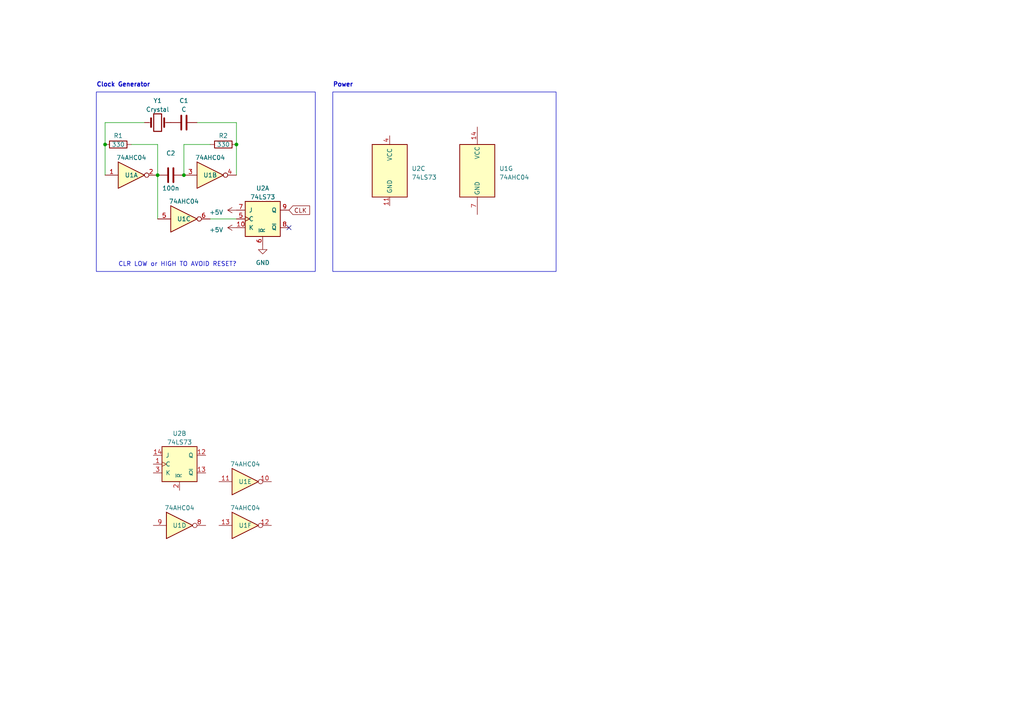
<source format=kicad_sch>
(kicad_sch (version 20230121) (generator eeschema)
  (paper "A4")
  (lib_symbols
    (symbol "74xx:74AHC04"
      (property "Reference" "U" (at 0 1.27 0))
      (property "Value" "74AHC04" (at 0 -1.27 0))
      (symbol "74AHC04_1_0"
        (polyline (pts (xy -3.81 3.81) (xy -3.81 -3.81) (xy 3.81 0) (xy -3.81 3.81)) (stroke (width 0.254)) (fill (type background)))
        (pin input line (at -7.62 0 0) (length 3.81) (name "~") (number "1"))
        (pin output inverted (at 7.62 0 180) (length 3.81) (name "~") (number "2"))
      )
      (symbol "74AHC04_2_0"
        (polyline (pts (xy -3.81 3.81) (xy -3.81 -3.81) (xy 3.81 0) (xy -3.81 3.81)) (stroke (width 0.254)) (fill (type background)))
        (pin input line (at -7.62 0 0) (length 3.81) (name "~") (number "3"))
        (pin output inverted (at 7.62 0 180) (length 3.81) (name "~") (number "4"))
      )
      (symbol "74AHC04_3_0"
        (polyline (pts (xy -3.81 3.81) (xy -3.81 -3.81) (xy 3.81 0) (xy -3.81 3.81)) (stroke (width 0.254)) (fill (type background)))
        (pin input line (at -7.62 0 0) (length 3.81) (name "~") (number "5"))
        (pin output inverted (at 7.62 0 180) (length 3.81) (name "~") (number "6"))
      )
      (symbol "74AHC04_4_0"
        (polyline (pts (xy -3.81 3.81) (xy -3.81 -3.81) (xy 3.81 0) (xy -3.81 3.81)) (stroke (width 0.254)) (fill (type background)))
        (pin output inverted (at 7.62 0 180) (length 3.81) (name "~") (number "8"))
        (pin input line (at -7.62 0 0) (length 3.81) (name "~") (number "9"))
      )
      (symbol "74AHC04_5_0"
        (polyline (pts (xy -3.81 3.81) (xy -3.81 -3.81) (xy 3.81 0) (xy -3.81 3.81)) (stroke (width 0.254)) (fill (type background)))
        (pin output inverted (at 7.62 0 180) (length 3.81) (name "~") (number "10"))
        (pin input line (at -7.62 0 0) (length 3.81) (name "~") (number "11"))
      )
      (symbol "74AHC04_6_0"
        (polyline (pts (xy -3.81 3.81) (xy -3.81 -3.81) (xy 3.81 0) (xy -3.81 3.81)) (stroke (width 0.254)) (fill (type background)))
        (pin output inverted (at 7.62 0 180) (length 3.81) (name "~") (number "12"))
        (pin input line (at -7.62 0 0) (length 3.81) (name "~") (number "13"))
      )
      (symbol "74AHC04_7_0"
        (pin power_in line (at 0 12.7 270) (length 5.08) (name "VCC") (number "14"))
        (pin power_in line (at 0 -12.7 90) (length 5.08) (name "GND") (number "7"))
      )
      (symbol "74AHC04_7_1"
        (rectangle (start -5.08 7.62) (end 5.08 -7.62) (stroke (width 0.254)) (fill (type background)))
      )
    )
    (symbol "74xx:74LS73" (pin_names (offset 1.016))
      (property "Reference" "U" (at -7.62 8.89 0))
      (property "Value" "74LS73" (at -7.62 -8.89 0))
      (symbol "74LS73_1_0"
        (pin input line (at -7.62 -2.54 0) (length 2.54) (name "K") (number "10"))
        (pin input clock (at -7.62 0 0) (length 2.54) (name "C") (number "5"))
        (pin input line (at 0 -7.62 90) (length 2.54) (name "~{R}") (number "6"))
        (pin input line (at -7.62 2.54 0) (length 2.54) (name "J") (number "7"))
        (pin output line (at 7.62 -2.54 180) (length 2.54) (name "~{Q}") (number "8"))
        (pin output line (at 7.62 2.54 180) (length 2.54) (name "Q") (number "9"))
      )
      (symbol "74LS73_1_1"
        (rectangle (start -5.08 5.08) (end 5.08 -5.08) (stroke (width 0.254)) (fill (type background)))
      )
      (symbol "74LS73_2_0"
        (pin input clock (at -7.62 0 0) (length 2.54) (name "C") (number "1"))
        (pin output line (at 7.62 2.54 180) (length 2.54) (name "Q") (number "12"))
        (pin output line (at 7.62 -2.54 180) (length 2.54) (name "~{Q}") (number "13"))
        (pin input line (at -7.62 2.54 0) (length 2.54) (name "J") (number "14"))
        (pin input line (at 0 -7.62 90) (length 2.54) (name "~{R}") (number "2"))
        (pin input line (at -7.62 -2.54 0) (length 2.54) (name "K") (number "3"))
      )
      (symbol "74LS73_2_1"
        (rectangle (start -5.08 5.08) (end 5.08 -5.08) (stroke (width 0.254)) (fill (type background)))
      )
      (symbol "74LS73_3_0"
        (pin power_in line (at 0 -10.16 90) (length 2.54) (name "GND") (number "11"))
        (pin power_in line (at 0 10.16 270) (length 2.54) (name "VCC") (number "4"))
      )
      (symbol "74LS73_3_1"
        (rectangle (start -5.08 7.62) (end 5.08 -7.62) (stroke (width 0.254)) (fill (type background)))
      )
    )
    (symbol "Device:C" (pin_numbers hide) (pin_names (offset 0.254))
      (property "Reference" "C" (at 0.635 2.54 0))
      (property "Value" "C" (at 0.635 -2.54 0))
      (symbol "C_0_1"
        (polyline (pts (xy -2.032 -0.762) (xy 2.032 -0.762)) (stroke (width 0.508)))
        (polyline (pts (xy -2.032 0.762) (xy 2.032 0.762)) (stroke (width 0.508)))
      )
      (symbol "C_1_1"
        (pin passive line (at 0 3.81 270) (length 2.794) (name "~") (number "1"))
        (pin passive line (at 0 -3.81 90) (length 2.794) (name "~") (number "2"))
      )
    )
    (symbol "Device:Crystal" (pin_numbers hide) (pin_names (offset 1.016) hide)
      (property "Reference" "Y" (at 0 3.81 0))
      (property "Value" "Crystal" (at 0 -3.81 0))
      (symbol "Crystal_0_1"
        (rectangle (start -1.143 2.54) (end 1.143 -2.54) (stroke (width 0.3048)))
        (polyline (pts (xy -2.54 0) (xy -1.905 0)))
        (polyline (pts (xy -1.905 -1.27) (xy -1.905 1.27)) (stroke (width 0.508)))
        (polyline (pts (xy 1.905 -1.27) (xy 1.905 1.27)) (stroke (width 0.508)))
        (polyline (pts (xy 2.54 0) (xy 1.905 0)))
      )
      (symbol "Crystal_1_1"
        (pin passive line (at -3.81 0 0) (length 1.27) (name "1") (number "1"))
        (pin passive line (at 3.81 0 180) (length 1.27) (name "2") (number "2"))
      )
    )
    (symbol "Device:R" (pin_numbers hide) (pin_names (offset 0))
      (property "Reference" "R" (at 2.032 0 90))
      (property "Value" "R" (at 0 0 90))
      (symbol "R_0_1"
        (rectangle (start -1.016 -2.54) (end 1.016 2.54) (stroke (width 0.254)))
      )
      (symbol "R_1_1"
        (pin passive line (at 0 3.81 270) (length 1.27) (name "~") (number "1"))
        (pin passive line (at 0 -3.81 90) (length 1.27) (name "~") (number "2"))
      )
    )
    (symbol "power:+5V" (power) (pin_names (offset 0))
      (property "Value" "+5V" (at 0 3.556 0))
      (symbol "+5V_0_1"
        (polyline (pts (xy -0.762 1.27) (xy 0 2.54)))
        (polyline (pts (xy 0 0) (xy 0 2.54)))
        (polyline (pts (xy 0 2.54) (xy 0.762 1.27)))
      )
      (symbol "+5V_1_1"
        (pin power_in line (at 0 0 90) (length 0) hide (name "+5V") (number "1"))
      )
    )
    (symbol "power:GND" (power) (pin_names (offset 0))
      (property "Value" "GND" (at 0 -3.81 0))
      (symbol "GND_0_1"
        (polyline (pts (xy 0 0) (xy 0 -1.27) (xy 1.27 -1.27) (xy 0 -2.54) (xy -1.27 -1.27) (xy 0 -1.27)))
      )
      (symbol "GND_1_1"
        (pin power_in line (at 0 0 270) (length 0) hide (name "GND") (number "1"))
      )
    )
  )
  (junction (at 30.48 41.91))
  (junction (at 45.72 50.8))
  (junction (at 53.34 50.8))
  (junction (at 68.58 41.91))
  (no_connect (at 83.82 66.04))
  (wire (pts (xy 68.58 41.91) (xy 68.58 50.8)))
  (wire (pts (xy 45.72 50.8) (xy 45.72 41.91)))
  (wire (pts (xy 30.48 41.91) (xy 30.48 35.56)))
  (wire (pts (xy 68.58 35.56) (xy 68.58 41.91)))
  (wire (pts (xy 45.72 41.91) (xy 38.1 41.91)))
  (wire (pts (xy 57.15 35.56) (xy 68.58 35.56)))
  (wire (pts (xy 60.96 63.5) (xy 68.58 63.5)))
  (wire (pts (xy 53.34 41.91) (xy 53.34 50.8)))
  (wire (pts (xy 60.96 41.91) (xy 53.34 41.91)))
  (wire (pts (xy 45.72 50.8) (xy 45.72 63.5)))
  (wire (pts (xy 30.48 41.91) (xy 30.48 50.8)))
  (wire (pts (xy 30.48 35.56) (xy 41.91 35.56)))
  (rectangle (start 96.52 26.67) (end 161.29 78.74))
  (rectangle (start 27.94 26.67) (end 91.44 78.74))
  (text "Clock Generator" (at 27.94 25.4 0) (effects (font (size 1.27 1.27) (thickness 0.254) bold) (justify left bottom)))
  (text "Power\n" (at 96.52 25.4 0) (effects (font (size 1.27 1.27) bold) (justify left bottom)))
  (text "CLR LOW or HIGH TO AVOID RESET?" (at 34.29 77.47 0) (effects (font (size 1.27 1.27)) (justify left bottom)))
  (global_label "CLK" (shape input) (at 83.82 60.96 0) (property "Intersheetrefs" "${INTERSHEET_REFS}" (effects hide)))
  (symbol (lib_id "Device:R") (at 34.29 41.91 90) (unit 1)
    (property "Reference" "R1" (at 34.29 39.37 90))
    (property "Value" "330" (at 34.29 41.91 90))
  )
  (symbol (lib_id "74xx:74AHC04") (at 71.12 152.4 0) (unit 6)
    (property "Reference" "U1" (at 71.12 152.4 0))
    (property "Value" "74AHC04" (at 71.12 147.32 0))
    (property "Datasheet" "https://assets.nexperia.com/documents/data-sheet/74AHC_AHCT04.pdf" (effects hide))
  )
  (symbol (lib_id "74xx:74LS73") (at 113.03 49.53 0) (unit 3)
    (property "Reference" "U2" (at 119.38 48.895 0) (effects (justify left)))
    (property "Value" "74LS73" (at 119.38 51.435 0) (effects (justify left)))
    (property "Datasheet" "http://www.ti.com/lit/gpn/sn74LS73" (effects hide))
  )
  (symbol (lib_id "74xx:74LS73") (at 76.2 63.5 0) (unit 1)
    (property "Reference" "U2" (at 76.2 54.61 0))
    (property "Value" "74LS73" (at 76.2 57.15 0))
    (property "Datasheet" "http://www.ti.com/lit/gpn/sn74LS73" (effects hide))
  )
  (symbol (lib_id "74xx:74AHC04") (at 60.96 50.8 0) (unit 2)
    (property "Reference" "U1" (at 60.96 50.8 0))
    (property "Value" "74AHC04" (at 60.96 45.72 0))
    (property "Datasheet" "https://assets.nexperia.com/documents/data-sheet/74AHC_AHCT04.pdf" (effects hide))
  )
  (symbol (lib_id "74xx:74AHC04") (at 52.07 152.4 0) (unit 4)
    (property "Reference" "U1" (at 52.07 152.4 0))
    (property "Value" "74AHC04" (at 52.07 147.32 0))
    (property "Datasheet" "https://assets.nexperia.com/documents/data-sheet/74AHC_AHCT04.pdf" (effects hide))
  )
  (symbol (lib_id "74xx:74LS73") (at 52.07 134.62 0) (unit 2)
    (property "Reference" "U2" (at 52.07 125.73 0))
    (property "Value" "74LS73" (at 52.07 128.27 0))
    (property "Datasheet" "http://www.ti.com/lit/gpn/sn74LS73" (effects hide))
  )
  (symbol (lib_id "Device:R") (at 64.77 41.91 90) (unit 1)
    (property "Reference" "R2" (at 64.77 39.37 90))
    (property "Value" "330" (at 64.77 41.91 90))
  )
  (symbol (lib_id "power:+5V") (at 68.58 60.96 90) (unit 1)
    (property "Reference" "#PWR01" (effects hide))
    (property "Value" "+5V" (at 64.77 61.595 90) (effects (justify left)))
  )
  (symbol (lib_id "74xx:74AHC04") (at 71.12 139.7 0) (unit 5)
    (property "Reference" "U1" (at 71.12 139.7 0))
    (property "Value" "74AHC04" (at 71.12 134.62 0))
    (property "Datasheet" "https://assets.nexperia.com/documents/data-sheet/74AHC_AHCT04.pdf" (effects hide))
  )
  (symbol (lib_id "Device:Crystal") (at 45.72 35.56 0) (unit 1)
    (property "Reference" "Y1" (at 45.72 29.21 0))
    (property "Value" "Crystal" (at 45.72 31.75 0))
  )
  (symbol (lib_id "Device:C") (at 53.34 35.56 90) (unit 1)
    (property "Reference" "C1" (at 53.34 29.21 90))
    (property "Value" "C" (at 53.34 31.75 90))
  )
  (symbol (lib_id "74xx:74AHC04") (at 138.43 49.53 0) (unit 7)
    (property "Reference" "U1" (at 144.78 48.895 0) (effects (justify left)))
    (property "Value" "74AHC04" (at 144.78 51.435 0) (effects (justify left)))
    (property "Datasheet" "https://assets.nexperia.com/documents/data-sheet/74AHC_AHCT04.pdf" (effects hide))
  )
  (symbol (lib_id "Device:C") (at 49.53 50.8 90) (unit 1)
    (property "Reference" "C2" (at 49.53 44.45 90))
    (property "Value" "100n" (at 49.53 54.61 90))
  )
  (symbol (lib_id "power:GND") (at 76.2 71.12 0) (unit 1)
    (property "Reference" "#PWR03" (effects hide))
    (property "Value" "GND" (at 76.2 76.2 0))
  )
  (symbol (lib_id "power:+5V") (at 68.58 66.04 90) (unit 1)
    (property "Reference" "#PWR02" (effects hide))
    (property "Value" "+5V" (at 64.77 66.675 90) (effects (justify left)))
  )
  (symbol (lib_id "74xx:74AHC04") (at 53.34 63.5 0) (unit 3)
    (property "Reference" "U1" (at 53.34 63.5 0))
    (property "Value" "74AHC04" (at 53.34 58.42 0))
    (property "Datasheet" "https://assets.nexperia.com/documents/data-sheet/74AHC_AHCT04.pdf" (effects hide))
  )
  (symbol (lib_id "74xx:74AHC04") (at 38.1 50.8 0) (unit 1)
    (property "Reference" "U1" (at 38.1 50.8 0))
    (property "Value" "74AHC04" (at 38.1 45.72 0))
    (property "Datasheet" "https://assets.nexperia.com/documents/data-sheet/74AHC_AHCT04.pdf" (effects hide))
  )
)
</source>
